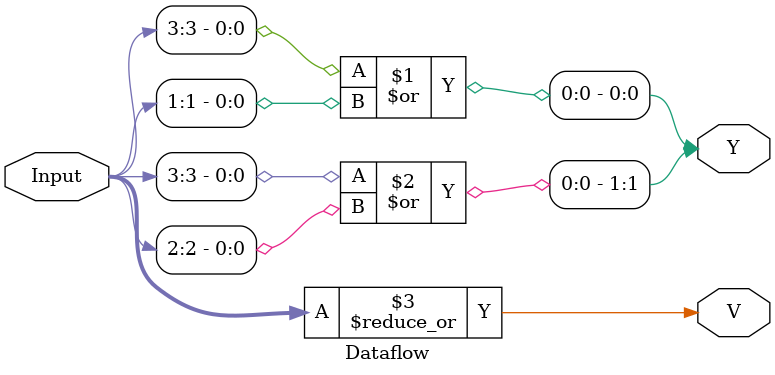
<source format=v>
`timescale 1ns / 1ps


module Dataflow(
    input [3:0]Input,
    output [1:0]Y,
    output V
    );
    
    assign Y = {Input[3]|Input[2],Input[3]|Input[1]};
    assign V = |Input;
    
endmodule

</source>
